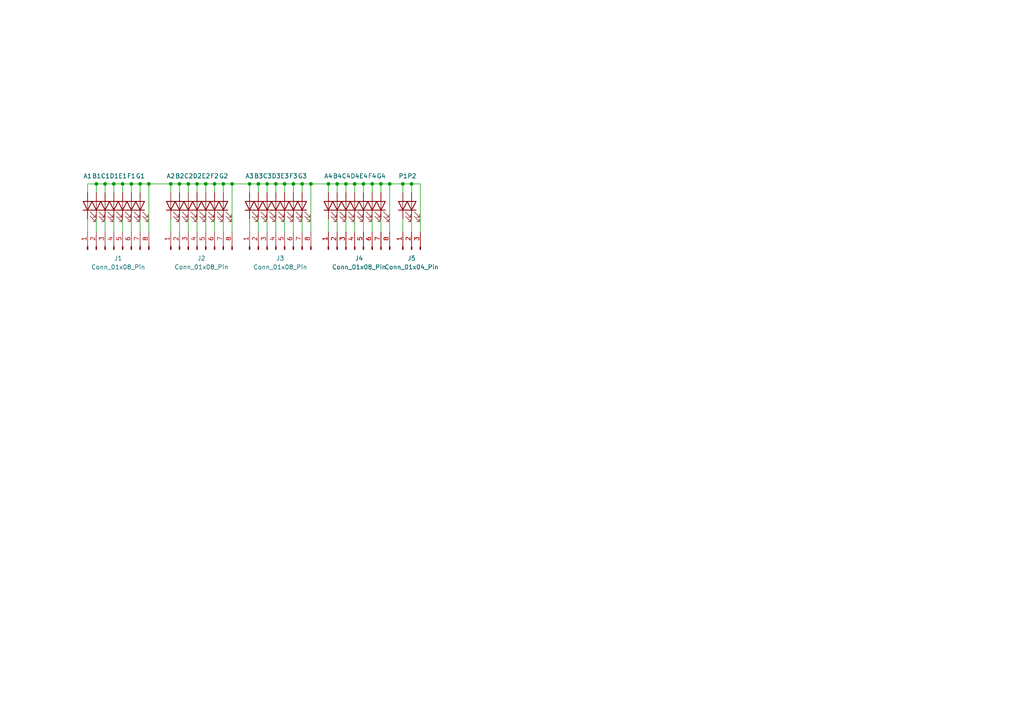
<source format=kicad_sch>
(kicad_sch (version 20231120) (generator "eeschema") (generator_version "8.0")
  (paper "A4")
  (lib_symbols
    (symbol "Connector:Conn_01x03_Pin" (pin_names (offset 1.016) hide)
      (property "Reference" "J" (at 0 5.08 0))
      (property "Value" "Conn_01x03_Pin" (at 0 -5.08 0))
      (symbol "Conn_01x03_Pin_1_1"
        (polyline (pts (xy 1.27 -2.54) (xy 0.8636 -2.54)) (stroke (width 0.1524)))
        (polyline (pts (xy 1.27 0) (xy 0.8636 0)) (stroke (width 0.1524)))
        (polyline (pts (xy 1.27 2.54) (xy 0.8636 2.54)) (stroke (width 0.1524)))
        (rectangle (start 0.8636 -2.413) (end 0 -2.667) (stroke (width 0.1524)) (fill (type outline)))
        (rectangle (start 0.8636 0.127) (end 0 -0.127) (stroke (width 0.1524)) (fill (type outline)))
        (rectangle (start 0.8636 2.667) (end 0 2.413) (stroke (width 0.1524)) (fill (type outline)))
        (pin passive line (at 5.08 2.54 180) (length 3.81) (name "Pin_1") (number "1"))
        (pin passive line (at 5.08 0 180) (length 3.81) (name "Pin_2") (number "2"))
        (pin passive line (at 5.08 -2.54 180) (length 3.81) (name "Pin_3") (number "3"))
      )
    )
    (symbol "Connector:Conn_01x08_Pin" (pin_names (offset 1.016) hide)
      (property "Reference" "J" (at 0 10.16 0))
      (property "Value" "Conn_01x08_Pin" (at 0 -12.7 0))
      (symbol "Conn_01x08_Pin_1_1"
        (polyline (pts (xy 1.27 -10.16) (xy 0.8636 -10.16)) (stroke (width 0.1524)))
        (polyline (pts (xy 1.27 -7.62) (xy 0.8636 -7.62)) (stroke (width 0.1524)))
        (polyline (pts (xy 1.27 -5.08) (xy 0.8636 -5.08)) (stroke (width 0.1524)))
        (polyline (pts (xy 1.27 -2.54) (xy 0.8636 -2.54)) (stroke (width 0.1524)))
        (polyline (pts (xy 1.27 0) (xy 0.8636 0)) (stroke (width 0.1524)))
        (polyline (pts (xy 1.27 2.54) (xy 0.8636 2.54)) (stroke (width 0.1524)))
        (polyline (pts (xy 1.27 5.08) (xy 0.8636 5.08)) (stroke (width 0.1524)))
        (polyline (pts (xy 1.27 7.62) (xy 0.8636 7.62)) (stroke (width 0.1524)))
        (rectangle (start 0.8636 -10.033) (end 0 -10.287) (stroke (width 0.1524)) (fill (type outline)))
        (rectangle (start 0.8636 -7.493) (end 0 -7.747) (stroke (width 0.1524)) (fill (type outline)))
        (rectangle (start 0.8636 -4.953) (end 0 -5.207) (stroke (width 0.1524)) (fill (type outline)))
        (rectangle (start 0.8636 -2.413) (end 0 -2.667) (stroke (width 0.1524)) (fill (type outline)))
        (rectangle (start 0.8636 0.127) (end 0 -0.127) (stroke (width 0.1524)) (fill (type outline)))
        (rectangle (start 0.8636 2.667) (end 0 2.413) (stroke (width 0.1524)) (fill (type outline)))
        (rectangle (start 0.8636 5.207) (end 0 4.953) (stroke (width 0.1524)) (fill (type outline)))
        (rectangle (start 0.8636 7.747) (end 0 7.493) (stroke (width 0.1524)) (fill (type outline)))
        (pin passive line (at 5.08 7.62 180) (length 3.81) (name "Pin_1") (number "1"))
        (pin passive line (at 5.08 5.08 180) (length 3.81) (name "Pin_2") (number "2"))
        (pin passive line (at 5.08 2.54 180) (length 3.81) (name "Pin_3") (number "3"))
        (pin passive line (at 5.08 0 180) (length 3.81) (name "Pin_4") (number "4"))
        (pin passive line (at 5.08 -2.54 180) (length 3.81) (name "Pin_5") (number "5"))
        (pin passive line (at 5.08 -5.08 180) (length 3.81) (name "Pin_6") (number "6"))
        (pin passive line (at 5.08 -7.62 180) (length 3.81) (name "Pin_7") (number "7"))
        (pin passive line (at 5.08 -10.16 180) (length 3.81) (name "Pin_8") (number "8"))
      )
    )
    (symbol "Device:LED" (pin_numbers hide) (pin_names (offset 1.016) hide)
      (property "Reference" "D" (at 0 2.54 0))
      (property "Value" "LED" (at 0 -2.54 0))
      (symbol "LED_0_1"
        (polyline (pts (xy -1.27 -1.27) (xy -1.27 1.27)) (stroke (width 0.254)))
        (polyline (pts (xy -1.27 0) (xy 1.27 0)))
        (polyline (pts (xy 1.27 -1.27) (xy 1.27 1.27) (xy -1.27 0) (xy 1.27 -1.27)) (stroke (width 0.254)))
        (polyline (pts (xy -3.048 -0.762) (xy -4.572 -2.286) (xy -3.81 -2.286) (xy -4.572 -2.286) (xy -4.572 -1.524)))
        (polyline (pts (xy -1.778 -0.762) (xy -3.302 -2.286) (xy -2.54 -2.286) (xy -3.302 -2.286) (xy -3.302 -1.524)))
      )
      (symbol "LED_1_1"
        (pin passive line (at -3.81 0 0) (length 2.54) (name "K") (number "1"))
        (pin passive line (at 3.81 0 180) (length 2.54) (name "A") (number "2"))
      )
    )
  )
  (junction (at 110.49 53.34))
  (junction (at 107.95 53.34))
  (junction (at 95.25 53.34))
  (junction (at 27.94 53.34))
  (junction (at 87.63 53.34))
  (junction (at 38.1 53.34))
  (junction (at 113.03 53.34))
  (junction (at 54.61 53.34))
  (junction (at 82.55 53.34))
  (junction (at 52.07 53.34))
  (junction (at 59.69 53.34))
  (junction (at 33.02 53.34))
  (junction (at 80.01 53.34))
  (junction (at 116.84 53.34))
  (junction (at 64.77 53.34))
  (junction (at 74.93 53.34))
  (junction (at 102.87 53.34))
  (junction (at 72.39 53.34))
  (junction (at 30.48 53.34))
  (junction (at 40.64 53.34))
  (junction (at 67.31 53.34))
  (junction (at 57.15 53.34))
  (junction (at 43.18 53.34))
  (junction (at 35.56 53.34))
  (junction (at 85.09 53.34))
  (junction (at 105.41 53.34))
  (junction (at 49.53 53.34))
  (junction (at 100.33 53.34))
  (junction (at 77.47 53.34))
  (junction (at 119.38 53.34))
  (junction (at 62.23 53.34))
  (junction (at 97.79 53.34))
  (junction (at 90.17 53.34))
  (wire (pts (xy 40.64 53.34) (xy 43.18 53.34)))
  (wire (pts (xy 64.77 53.34) (xy 67.31 53.34)))
  (wire (pts (xy 100.33 63.5) (xy 100.33 67.31)))
  (wire (pts (xy 77.47 53.34) (xy 77.47 55.88)))
  (wire (pts (xy 97.79 53.34) (xy 100.33 53.34)))
  (wire (pts (xy 49.53 63.5) (xy 49.53 67.31)))
  (wire (pts (xy 116.84 63.5) (xy 116.84 67.31)))
  (wire (pts (xy 121.92 53.34) (xy 121.92 67.31)))
  (wire (pts (xy 72.39 53.34) (xy 74.93 53.34)))
  (wire (pts (xy 30.48 53.34) (xy 33.02 53.34)))
  (wire (pts (xy 85.09 63.5) (xy 85.09 67.31)))
  (wire (pts (xy 102.87 53.34) (xy 102.87 55.88)))
  (wire (pts (xy 40.64 53.34) (xy 40.64 55.88)))
  (wire (pts (xy 30.48 63.5) (xy 30.48 67.31)))
  (wire (pts (xy 113.03 53.34) (xy 113.03 67.31)))
  (wire (pts (xy 33.02 53.34) (xy 35.56 53.34)))
  (wire (pts (xy 25.4 63.5) (xy 25.4 67.31)))
  (wire (pts (xy 64.77 53.34) (xy 64.77 55.88)))
  (wire (pts (xy 119.38 53.34) (xy 119.38 55.88)))
  (wire (pts (xy 59.69 53.34) (xy 62.23 53.34)))
  (wire (pts (xy 25.4 55.88) (xy 25.4 53.34)))
  (wire (pts (xy 57.15 53.34) (xy 57.15 55.88)))
  (wire (pts (xy 105.41 53.34) (xy 105.41 55.88)))
  (wire (pts (xy 67.31 53.34) (xy 72.39 53.34)))
  (wire (pts (xy 40.64 63.5) (xy 40.64 67.31)))
  (wire (pts (xy 82.55 53.34) (xy 82.55 55.88)))
  (wire (pts (xy 54.61 53.34) (xy 57.15 53.34)))
  (wire (pts (xy 54.61 53.34) (xy 54.61 55.88)))
  (wire (pts (xy 100.33 53.34) (xy 100.33 55.88)))
  (wire (pts (xy 87.63 53.34) (xy 90.17 53.34)))
  (wire (pts (xy 62.23 53.34) (xy 64.77 53.34)))
  (wire (pts (xy 90.17 53.34) (xy 95.25 53.34)))
  (wire (pts (xy 52.07 63.5) (xy 52.07 67.31)))
  (wire (pts (xy 116.84 53.34) (xy 119.38 53.34)))
  (wire (pts (xy 110.49 53.34) (xy 110.49 55.88)))
  (wire (pts (xy 85.09 53.34) (xy 85.09 55.88)))
  (wire (pts (xy 57.15 63.5) (xy 57.15 67.31)))
  (wire (pts (xy 33.02 53.34) (xy 33.02 55.88)))
  (wire (pts (xy 77.47 63.5) (xy 77.47 67.31)))
  (wire (pts (xy 52.07 53.34) (xy 52.07 55.88)))
  (wire (pts (xy 80.01 53.34) (xy 80.01 55.88)))
  (wire (pts (xy 72.39 55.88) (xy 72.39 53.34)))
  (wire (pts (xy 87.63 63.5) (xy 87.63 67.31)))
  (wire (pts (xy 105.41 53.34) (xy 107.95 53.34)))
  (wire (pts (xy 116.84 55.88) (xy 116.84 53.34)))
  (wire (pts (xy 97.79 53.34) (xy 97.79 55.88)))
  (wire (pts (xy 110.49 53.34) (xy 113.03 53.34)))
  (wire (pts (xy 97.79 63.5) (xy 97.79 67.31)))
  (wire (pts (xy 74.93 53.34) (xy 74.93 55.88)))
  (wire (pts (xy 82.55 53.34) (xy 85.09 53.34)))
  (wire (pts (xy 35.56 53.34) (xy 38.1 53.34)))
  (wire (pts (xy 62.23 53.34) (xy 62.23 55.88)))
  (wire (pts (xy 38.1 53.34) (xy 40.64 53.34)))
  (wire (pts (xy 113.03 53.34) (xy 116.84 53.34)))
  (wire (pts (xy 119.38 63.5) (xy 119.38 67.31)))
  (wire (pts (xy 87.63 53.34) (xy 87.63 55.88)))
  (wire (pts (xy 33.02 63.5) (xy 33.02 67.31)))
  (wire (pts (xy 49.53 55.88) (xy 49.53 53.34)))
  (wire (pts (xy 102.87 53.34) (xy 105.41 53.34)))
  (wire (pts (xy 102.87 63.5) (xy 102.87 67.31)))
  (wire (pts (xy 90.17 53.34) (xy 90.17 67.31)))
  (wire (pts (xy 82.55 63.5) (xy 82.55 67.31)))
  (wire (pts (xy 27.94 53.34) (xy 30.48 53.34)))
  (wire (pts (xy 62.23 63.5) (xy 62.23 67.31)))
  (wire (pts (xy 105.41 63.5) (xy 105.41 67.31)))
  (wire (pts (xy 64.77 63.5) (xy 64.77 67.31)))
  (wire (pts (xy 107.95 53.34) (xy 107.95 55.88)))
  (wire (pts (xy 25.4 53.34) (xy 27.94 53.34)))
  (wire (pts (xy 110.49 63.5) (xy 110.49 67.31)))
  (wire (pts (xy 54.61 63.5) (xy 54.61 67.31)))
  (wire (pts (xy 107.95 63.5) (xy 107.95 67.31)))
  (wire (pts (xy 27.94 53.34) (xy 27.94 55.88)))
  (wire (pts (xy 52.07 53.34) (xy 54.61 53.34)))
  (wire (pts (xy 43.18 53.34) (xy 49.53 53.34)))
  (wire (pts (xy 74.93 63.5) (xy 74.93 67.31)))
  (wire (pts (xy 67.31 53.34) (xy 67.31 67.31)))
  (wire (pts (xy 38.1 53.34) (xy 38.1 55.88)))
  (wire (pts (xy 38.1 63.5) (xy 38.1 67.31)))
  (wire (pts (xy 95.25 55.88) (xy 95.25 53.34)))
  (wire (pts (xy 107.95 53.34) (xy 110.49 53.34)))
  (wire (pts (xy 49.53 53.34) (xy 52.07 53.34)))
  (wire (pts (xy 100.33 53.34) (xy 102.87 53.34)))
  (wire (pts (xy 27.94 63.5) (xy 27.94 67.31)))
  (wire (pts (xy 35.56 63.5) (xy 35.56 67.31)))
  (wire (pts (xy 30.48 53.34) (xy 30.48 55.88)))
  (wire (pts (xy 80.01 53.34) (xy 82.55 53.34)))
  (wire (pts (xy 95.25 53.34) (xy 97.79 53.34)))
  (wire (pts (xy 59.69 53.34) (xy 59.69 55.88)))
  (wire (pts (xy 72.39 63.5) (xy 72.39 67.31)))
  (wire (pts (xy 74.93 53.34) (xy 77.47 53.34)))
  (wire (pts (xy 35.56 53.34) (xy 35.56 55.88)))
  (wire (pts (xy 80.01 63.5) (xy 80.01 67.31)))
  (wire (pts (xy 59.69 63.5) (xy 59.69 67.31)))
  (wire (pts (xy 85.09 53.34) (xy 87.63 53.34)))
  (wire (pts (xy 77.47 53.34) (xy 80.01 53.34)))
  (wire (pts (xy 43.18 53.34) (xy 43.18 67.31)))
  (wire (pts (xy 57.15 53.34) (xy 59.69 53.34)))
  (wire (pts (xy 95.25 63.5) (xy 95.25 67.31)))
  (wire (pts (xy 119.38 53.34) (xy 121.92 53.34)))
  (symbol (lib_id "Connector:Conn_01x03_Pin") (at 119.38 72.39 90) (unit 1)
    (property "Reference" "J5" (at 119.38 74.93 90))
    (property "Value" "Conn_01x04_Pin" (at 119.38 77.47 90))
    (property "Footprint" "Connector_PinHeader_2.00mm:PinHeader_1x03_P2.00mm_Vertical" (effects (hide yes)))
    (property "Description" "Generic connector, single row, 01x03, script generated" (effects (hide yes)))
  )
  (symbol (lib_id "Connector:Conn_01x08_Pin") (at 102.87 72.39 90) (unit 1)
    (property "Reference" "J4" (at 104.14 74.93 90))
    (property "Value" "Conn_01x08_Pin" (at 104.14 77.47 90))
    (property "Footprint" "Connector_PinHeader_2.00mm:PinHeader_1x08_P2.00mm_Vertical" (effects (hide yes)))
    (property "Description" "Generic connector, single row, 01x08, script generated" (effects (hide yes)))
  )
  (symbol (lib_id "Device:LED") (at 54.61 59.69 90) (unit 1)
    (property "Reference" "C2" (at 53.34 51.054 90) (effects (justify right)))
    (property "Value" "LED" (effects (hide yes)))
    (property "Footprint" "Custom Parts:LED Filament 12.3mm" (effects (hide yes)))
    (property "Description" "Light emitting diode" (effects (hide yes)))
  )
  (symbol (lib_id "Device:LED") (at 119.38 59.69 90) (unit 1)
    (property "Reference" "P2" (at 118.11 51.054 90) (effects (justify right)))
    (property "Value" "LED" (effects (hide yes)))
    (property "Footprint" "Custom Parts:LED Filament 12.3mm" (effects (hide yes)))
    (property "Description" "Light emitting diode" (effects (hide yes)))
  )
  (symbol (lib_id "Connector:Conn_01x08_Pin") (at 57.15 72.39 90) (unit 1)
    (property "Reference" "J2" (at 58.42 74.93 90))
    (property "Value" "Conn_01x08_Pin" (at 58.42 77.47 90))
    (property "Footprint" "Connector_PinHeader_2.00mm:PinHeader_1x08_P2.00mm_Vertical" (effects (hide yes)))
    (property "Description" "Generic connector, single row, 01x08, script generated" (effects (hide yes)))
  )
  (symbol (lib_id "Device:LED") (at 62.23 59.69 90) (unit 1)
    (property "Reference" "F2" (at 60.96 51.054 90) (effects (justify right)))
    (property "Value" "LED" (effects (hide yes)))
    (property "Footprint" "Custom Parts:LED Filament 12.3mm" (effects (hide yes)))
    (property "Description" "Light emitting diode" (effects (hide yes)))
  )
  (symbol (lib_id "Device:LED") (at 80.01 59.69 90) (unit 1)
    (property "Reference" "D3" (at 78.74 51.054 90) (effects (justify right)))
    (property "Value" "LED" (effects (hide yes)))
    (property "Footprint" "Custom Parts:LED Filament 12.3mm" (effects (hide yes)))
    (property "Description" "Light emitting diode" (effects (hide yes)))
  )
  (symbol (lib_id "Device:LED") (at 77.47 59.69 90) (unit 1)
    (property "Reference" "C3" (at 76.2 51.054 90) (effects (justify right)))
    (property "Value" "LED" (effects (hide yes)))
    (property "Footprint" "Custom Parts:LED Filament 12.3mm" (effects (hide yes)))
    (property "Description" "Light emitting diode" (effects (hide yes)))
  )
  (symbol (lib_id "Device:LED") (at 35.56 59.69 90) (unit 1)
    (property "Reference" "E1" (at 34.29 51.054 90) (effects (justify right)))
    (property "Value" "LED" (effects (hide yes)))
    (property "Footprint" "Custom Parts:LED Filament 12.3mm" (effects (hide yes)))
    (property "Description" "Light emitting diode" (effects (hide yes)))
  )
  (symbol (lib_id "Device:LED") (at 25.4 59.69 90) (unit 1)
    (property "Reference" "A1" (at 24.13 51.054 90) (effects (justify right)))
    (property "Value" "LED" (effects (hide yes)))
    (property "Footprint" "Custom Parts:LED Filament 12.3mm" (effects (hide yes)))
    (property "Description" "Light emitting diode" (effects (hide yes)))
  )
  (symbol (lib_id "Device:LED") (at 38.1 59.69 90) (unit 1)
    (property "Reference" "F1" (at 36.83 51.054 90) (effects (justify right)))
    (property "Value" "LED" (effects (hide yes)))
    (property "Footprint" "Custom Parts:LED Filament 12.3mm" (effects (hide yes)))
    (property "Description" "Light emitting diode" (effects (hide yes)))
  )
  (symbol (lib_id "Device:LED") (at 72.39 59.69 90) (unit 1)
    (property "Reference" "A3" (at 71.12 51.054 90) (effects (justify right)))
    (property "Value" "LED" (effects (hide yes)))
    (property "Footprint" "Custom Parts:LED Filament 12.3mm" (effects (hide yes)))
    (property "Description" "Light emitting diode" (effects (hide yes)))
  )
  (symbol (lib_id "Device:LED") (at 95.25 59.69 90) (unit 1)
    (property "Reference" "A4" (at 93.98 51.054 90) (effects (justify right)))
    (property "Value" "LED" (effects (hide yes)))
    (property "Footprint" "Custom Parts:LED Filament 12.3mm" (effects (hide yes)))
    (property "Description" "Light emitting diode" (effects (hide yes)))
  )
  (symbol (lib_id "Device:LED") (at 59.69 59.69 90) (unit 1)
    (property "Reference" "E2" (at 58.42 51.054 90) (effects (justify right)))
    (property "Value" "LED" (effects (hide yes)))
    (property "Footprint" "Custom Parts:LED Filament 12.3mm" (effects (hide yes)))
    (property "Description" "Light emitting diode" (effects (hide yes)))
  )
  (symbol (lib_id "Device:LED") (at 49.53 59.69 90) (unit 1)
    (property "Reference" "A2" (at 48.26 51.054 90) (effects (justify right)))
    (property "Value" "LED" (effects (hide yes)))
    (property "Footprint" "Custom Parts:LED Filament 12.3mm" (effects (hide yes)))
    (property "Description" "Light emitting diode" (effects (hide yes)))
  )
  (symbol (lib_id "Device:LED") (at 40.64 59.69 90) (unit 1)
    (property "Reference" "G1" (at 39.37 51.054 90) (effects (justify right)))
    (property "Value" "LED" (effects (hide yes)))
    (property "Footprint" "Custom Parts:LED Filament 12.3mm" (effects (hide yes)))
    (property "Description" "Light emitting diode" (effects (hide yes)))
  )
  (symbol (lib_id "Device:LED") (at 87.63 59.69 90) (unit 1)
    (property "Reference" "G3" (at 86.36 51.054 90) (effects (justify right)))
    (property "Value" "LED" (effects (hide yes)))
    (property "Footprint" "Custom Parts:LED Filament 12.3mm" (effects (hide yes)))
    (property "Description" "Light emitting diode" (effects (hide yes)))
  )
  (symbol (lib_id "Device:LED") (at 82.55 59.69 90) (unit 1)
    (property "Reference" "E3" (at 81.28 51.054 90) (effects (justify right)))
    (property "Value" "LED" (effects (hide yes)))
    (property "Footprint" "Custom Parts:LED Filament 12.3mm" (effects (hide yes)))
    (property "Description" "Light emitting diode" (effects (hide yes)))
  )
  (symbol (lib_id "Device:LED") (at 97.79 59.69 90) (unit 1)
    (property "Reference" "B4" (at 96.52 51.054 90) (effects (justify right)))
    (property "Value" "LED" (effects (hide yes)))
    (property "Footprint" "Custom Parts:LED Filament 12.3mm" (effects (hide yes)))
    (property "Description" "Light emitting diode" (effects (hide yes)))
  )
  (symbol (lib_id "Device:LED") (at 105.41 59.69 90) (unit 1)
    (property "Reference" "E4" (at 104.14 51.054 90) (effects (justify right)))
    (property "Value" "LED" (effects (hide yes)))
    (property "Footprint" "Custom Parts:LED Filament 12.3mm" (effects (hide yes)))
    (property "Description" "Light emitting diode" (effects (hide yes)))
  )
  (symbol (lib_id "Device:LED") (at 102.87 59.69 90) (unit 1)
    (property "Reference" "D4" (at 101.6 51.054 90) (effects (justify right)))
    (property "Value" "LED" (effects (hide yes)))
    (property "Footprint" "Custom Parts:LED Filament 12.3mm" (effects (hide yes)))
    (property "Description" "Light emitting diode" (effects (hide yes)))
  )
  (symbol (lib_id "Device:LED") (at 100.33 59.69 90) (unit 1)
    (property "Reference" "C4" (at 99.06 51.054 90) (effects (justify right)))
    (property "Value" "LED" (effects (hide yes)))
    (property "Footprint" "Custom Parts:LED Filament 12.3mm" (effects (hide yes)))
    (property "Description" "Light emitting diode" (effects (hide yes)))
  )
  (symbol (lib_id "Device:LED") (at 30.48 59.69 90) (unit 1)
    (property "Reference" "C1" (at 29.21 51.054 90) (effects (justify right)))
    (property "Value" "LED" (effects (hide yes)))
    (property "Footprint" "Custom Parts:LED Filament 12.3mm" (effects (hide yes)))
    (property "Description" "Light emitting diode" (effects (hide yes)))
  )
  (symbol (lib_id "Device:LED") (at 74.93 59.69 90) (unit 1)
    (property "Reference" "B3" (at 73.66 51.054 90) (effects (justify right)))
    (property "Value" "LED" (effects (hide yes)))
    (property "Footprint" "Custom Parts:LED Filament 12.3mm" (effects (hide yes)))
    (property "Description" "Light emitting diode" (effects (hide yes)))
  )
  (symbol (lib_id "Device:LED") (at 27.94 59.69 90) (unit 1)
    (property "Reference" "B1" (at 26.67 51.054 90) (effects (justify right)))
    (property "Value" "LED" (effects (hide yes)))
    (property "Footprint" "Custom Parts:LED Filament 12.3mm" (effects (hide yes)))
    (property "Description" "Light emitting diode" (effects (hide yes)))
  )
  (symbol (lib_id "Device:LED") (at 107.95 59.69 90) (unit 1)
    (property "Reference" "F4" (at 106.68 51.054 90) (effects (justify right)))
    (property "Value" "LED" (effects (hide yes)))
    (property "Footprint" "Custom Parts:LED Filament 12.3mm" (effects (hide yes)))
    (property "Description" "Light emitting diode" (effects (hide yes)))
  )
  (symbol (lib_id "Device:LED") (at 52.07 59.69 90) (unit 1)
    (property "Reference" "B2" (at 50.8 51.054 90) (effects (justify right)))
    (property "Value" "LED" (effects (hide yes)))
    (property "Footprint" "Custom Parts:LED Filament 12.3mm" (effects (hide yes)))
    (property "Description" "Light emitting diode" (effects (hide yes)))
  )
  (symbol (lib_id "Device:LED") (at 116.84 59.69 90) (unit 1)
    (property "Reference" "P1" (at 115.57 51.054 90) (effects (justify right)))
    (property "Value" "LED" (effects (hide yes)))
    (property "Footprint" "Custom Parts:LED Filament 12.3mm" (effects (hide yes)))
    (property "Description" "Light emitting diode" (effects (hide yes)))
  )
  (symbol (lib_id "Connector:Conn_01x08_Pin") (at 33.02 72.39 90) (unit 1)
    (property "Reference" "J1" (at 34.29 74.93 90))
    (property "Value" "Conn_01x08_Pin" (at 34.29 77.47 90))
    (property "Footprint" "Connector_PinHeader_2.00mm:PinHeader_1x08_P2.00mm_Vertical" (effects (hide yes)))
    (property "Description" "Generic connector, single row, 01x08, script generated" (effects (hide yes)))
  )
  (symbol (lib_id "Device:LED") (at 85.09 59.69 90) (unit 1)
    (property "Reference" "F3" (at 83.82 51.054 90) (effects (justify right)))
    (property "Value" "LED" (effects (hide yes)))
    (property "Footprint" "Custom Parts:LED Filament 12.3mm" (effects (hide yes)))
    (property "Description" "Light emitting diode" (effects (hide yes)))
  )
  (symbol (lib_id "Device:LED") (at 57.15 59.69 90) (unit 1)
    (property "Reference" "D2" (at 55.88 51.054 90) (effects (justify right)))
    (property "Value" "LED" (effects (hide yes)))
    (property "Footprint" "Custom Parts:LED Filament 12.3mm" (effects (hide yes)))
    (property "Description" "Light emitting diode" (effects (hide yes)))
  )
  (symbol (lib_id "Device:LED") (at 110.49 59.69 90) (unit 1)
    (property "Reference" "G4" (at 109.22 51.054 90) (effects (justify right)))
    (property "Value" "LED" (effects (hide yes)))
    (property "Footprint" "Custom Parts:LED Filament 12.3mm" (effects (hide yes)))
    (property "Description" "Light emitting diode" (effects (hide yes)))
  )
  (symbol (lib_id "Device:LED") (at 64.77 59.69 90) (unit 1)
    (property "Reference" "G2" (at 63.5 51.054 90) (effects (justify right)))
    (property "Value" "LED" (effects (hide yes)))
    (property "Footprint" "Custom Parts:LED Filament 12.3mm" (effects (hide yes)))
    (property "Description" "Light emitting diode" (effects (hide yes)))
  )
  (symbol (lib_id "Device:LED") (at 33.02 59.69 90) (unit 1)
    (property "Reference" "D1" (at 31.75 51.054 90) (effects (justify right)))
    (property "Value" "LED" (effects (hide yes)))
    (property "Footprint" "Custom Parts:LED Filament 12.3mm" (effects (hide yes)))
    (property "Description" "Light emitting diode" (effects (hide yes)))
  )
  (symbol (lib_id "Connector:Conn_01x08_Pin") (at 80.01 72.39 90) (unit 1)
    (property "Reference" "J3" (at 81.28 74.93 90))
    (property "Value" "Conn_01x08_Pin" (at 81.28 77.47 90))
    (property "Footprint" "Connector_PinHeader_2.00mm:PinHeader_1x08_P2.00mm_Vertical" (effects (hide yes)))
    (property "Description" "Generic connector, single row, 01x08, script generated" (effects (hide yes)))
  )
)
</source>
